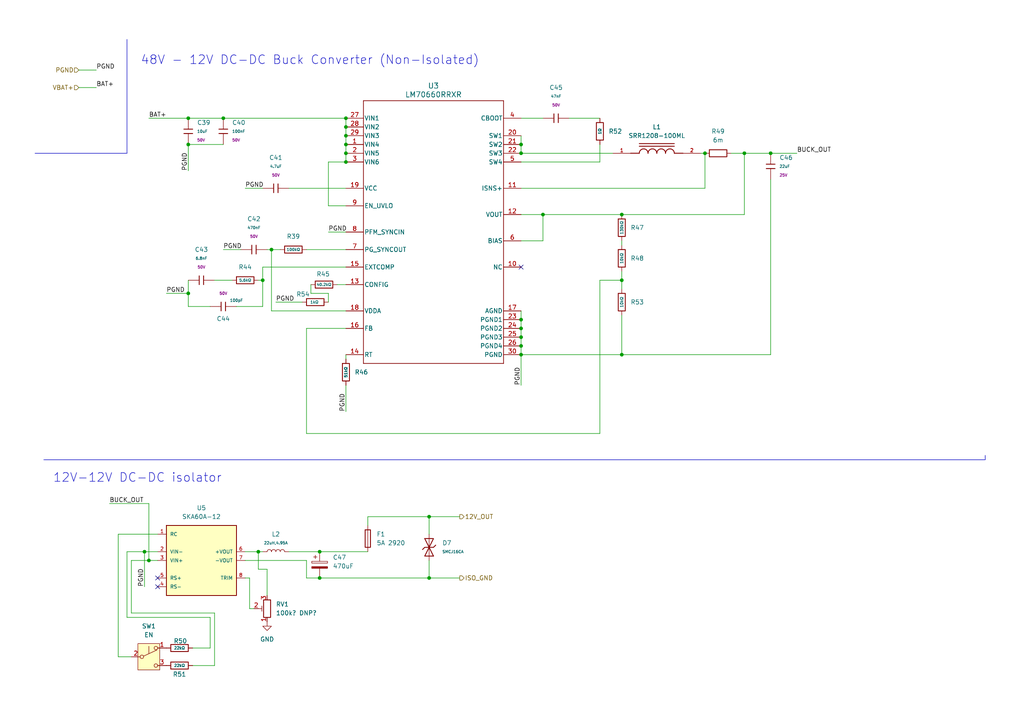
<source format=kicad_sch>
(kicad_sch (version 20250114) (generator "eeschema") (generator_version "9.0")
  (paper "A4")
  (lib_symbols
    (symbol "Device:C_Polarized" (pin_numbers (hide yes)) (pin_names (offset 0.254))
      (property "Reference" "C" (at 0.635 2.54 0))
      (property "Value" "C_Polarized" (at 0.635 -2.54 0))
      (symbol "C_Polarized_1_1"
        (pin passive line (at 0 3.81 270) (length 2.794) (name "~") (number "1"))
        (pin passive line (at 0 -3.81 90) (length 2.794) (name "~") (number "2"))
      )
    )
    (symbol "Device:Fuse" (pin_numbers (hide yes)) (pin_names (offset 0))
      (property "Reference" "F" (at 2.032 0 90))
      (property "Value" "Fuse" (at -1.905 0 90))
      (symbol "Fuse_1_1"
        (pin passive line (at 0 3.81 270) (length 1.27) (name "~") (number "1"))
        (pin passive line (at 0 -3.81 90) (length 1.27) (name "~") (number "2"))
      )
    )
    (symbol "Device:R" (pin_numbers (hide yes)) (pin_names (offset 0))
      (property "Reference" "R" (at 2.032 0 90))
      (property "Value" "R" (at 0 0 90))
      (symbol "R_1_1"
        (pin passive line (at 0 3.81 270) (length 1.27) (name "~") (number "1"))
        (pin passive line (at 0 -3.81 90) (length 1.27) (name "~") (number "2"))
      )
    )
    (symbol "Device:R_Potentiometer_Trim" (pin_names (offset 1.016) (hide yes))
      (property "Reference" "RV" (at -4.445 0 90))
      (property "Value" "R_Potentiometer_Trim" (at -2.54 0 90))
      (symbol "R_Potentiometer_Trim_1_1"
        (pin passive line (at 0 3.81 270) (length 1.27) (name "1") (number "1"))
        (pin passive line (at 0 -3.81 90) (length 1.27) (name "3") (number "3"))
        (pin passive line (at 3.81 0 180) (length 1.27) (name "2") (number "2"))
      )
    )
    (symbol "LM70660:LM70660RRXR" (pin_names (offset 0.254))
      (property "Reference" "U" (at 0 2.54 0))
      (property "Value" "LM70660RRXR" (at 0 0 0))
      (symbol "LM70660RRXR_0_1"
        (pin power_in line (at 0 0 0) (length 5.08) (name "VIN1") (number "27"))
        (pin power_in line (at 0 -2.54 0) (length 5.08) (name "VIN2") (number "28"))
        (pin power_in line (at 0 -5.08 0) (length 5.08) (name "VIN3") (number "29"))
        (pin power_in line (at 0 -7.62 0) (length 5.08) (name "VIN4") (number "1"))
        (pin power_in line (at 0 -10.16 0) (length 5.08) (name "VIN5") (number "2"))
        (pin power_in line (at 0 -12.7 0) (length 5.08) (name "VIN6") (number "3"))
        (pin power_in line (at 0 -20.32 0) (length 5.08) (name "VCC") (number "19"))
        (pin input line (at 0 -25.4 0) (length 5.08) (name "EN_UVLO") (number "9"))
        (pin input line (at 0 -33.02 0) (length 5.08) (name "PFM_SYNCIN") (number "8"))
        (pin open_collector line (at 0 -38.1 0) (length 5.08) (name "PG_SYNCOUT") (number "7"))
        (pin unspecified line (at 0 -43.18 0) (length 5.08) (name "EXTCOMP") (number "15"))
        (pin unspecified line (at 0 -48.26 0) (length 5.08) (name "CONFIG") (number "13"))
        (pin power_in line (at 0 -55.88 0) (length 5.08) (name "VDDA") (number "18"))
        (pin unspecified line (at 0 -60.96 0) (length 5.08) (name "FB") (number "16"))
        (pin unspecified line (at 0 -68.58 0) (length 5.08) (name "RT") (number "14"))
        (pin unspecified line (at 50.8 0 180) (length 5.08) (name "CBOOT") (number "4"))
        (pin unspecified line (at 50.8 -5.08 180) (length 5.08) (name "SW1") (number "20"))
        (pin unspecified line (at 50.8 -7.62 180) (length 5.08) (name "SW2") (number "21"))
        (pin unspecified line (at 50.8 -10.16 180) (length 5.08) (name "SW3") (number "22"))
        (pin unspecified line (at 50.8 -12.7 180) (length 5.08) (name "SW4") (number "5"))
        (pin unspecified line (at 50.8 -20.32 180) (length 5.08) (name "ISNS+") (number "11"))
        (pin unspecified line (at 50.8 -27.94 180) (length 5.08) (name "VOUT") (number "12"))
        (pin power_in line (at 50.8 -35.56 180) (length 5.08) (name "BIAS") (number "6"))
        (pin unspecified line (at 50.8 -43.18 180) (length 5.08) (name "NC") (number "10"))
        (pin power_in line (at 50.8 -55.88 180) (length 5.08) (name "AGND") (number "17"))
        (pin power_in line (at 50.8 -58.42 180) (length 5.08) (name "PGND1") (number "23"))
        (pin power_in line (at 50.8 -60.96 180) (length 5.08) (name "PGND2") (number "24"))
        (pin power_in line (at 50.8 -63.5 180) (length 5.08) (name "PGND3") (number "25"))
        (pin power_in line (at 50.8 -66.04 180) (length 5.08) (name "PGND4") (number "26"))
        (pin power_in line (at 50.8 -68.58 180) (length 5.08) (name "PGND") (number "30"))
      )
    )
    (symbol "PCM_JLCPCB-Capacitors:0603,100nF" (pin_numbers (hide yes)) (pin_names (offset 0))
      (property "Reference" "C" (at 2.032 1.668 0))
      (property "Value" "100nF" (at 2.032 -0.3782 0))
      (property "Voltage Rated" "50V" (at 2.032 -2.0462 0))
      (symbol "0603,100nF_1_1"
        (pin passive line (at 0 3.81 270) (length 3.175) (name "~") (number "1"))
        (pin passive line (at 0 -3.81 90) (length 3.175) (name "~") (number "2"))
      )
    )
    (symbol "PCM_JLCPCB-Capacitors:0603,100pF" (pin_numbers (hide yes)) (pin_names (offset 0))
      (property "Reference" "C" (at 2.032 1.668 0))
      (property "Value" "100pF" (at 2.032 -0.3782 0))
      (property "Voltage Rated" "50V" (at 2.032 -2.0462 0))
      (symbol "0603,100pF_1_1"
        (pin passive line (at 0 3.81 270) (length 3.175) (name "~") (number "1"))
        (pin passive line (at 0 -3.81 90) (length 3.175) (name "~") (number "2"))
      )
    )
    (symbol "PCM_JLCPCB-Capacitors:0603,47nF" (pin_numbers (hide yes)) (pin_names (offset 0))
      (property "Reference" "C" (at 2.032 1.668 0))
      (property "Value" "47nF" (at 2.032 -0.3782 0))
      (property "Voltage Rated" "50V" (at 2.032 -2.0462 0))
      (symbol "0603,47nF_1_1"
        (pin passive line (at 0 3.81 270) (length 3.175) (name "~") (number "1"))
        (pin passive line (at 0 -3.81 90) (length 3.175) (name "~") (number "2"))
      )
    )
    (symbol "PCM_JLCPCB-Capacitors:0603,6.8nF" (pin_numbers (hide yes)) (pin_names (offset 0))
      (property "Reference" "C" (at 2.032 1.668 0))
      (property "Value" "6.8nF" (at 2.032 -0.3782 0))
      (property "Voltage Rated" "50V" (at 2.032 -2.0462 0))
      (symbol "0603,6.8nF_1_1"
        (pin passive line (at 0 3.81 270) (length 3.175) (name "~") (number "1"))
        (pin passive line (at 0 -3.81 90) (length 3.175) (name "~") (number "2"))
      )
    )
    (symbol "PCM_JLCPCB-Capacitors:0805,10uF,(2)" (pin_numbers (hide yes)) (pin_names (offset 0))
      (property "Reference" "C" (at 2.032 1.668 0))
      (property "Value" "10uF" (at 2.032 -0.3782 0))
      (property "Voltage Rated" "50V" (at 2.032 -2.0462 0))
      (symbol "0805,10uF,(2)_1_1"
        (pin passive line (at 0 3.81 270) (length 3.175) (name "~") (number "1"))
        (pin passive line (at 0 -3.81 90) (length 3.175) (name "~") (number "2"))
      )
    )
    (symbol "PCM_JLCPCB-Capacitors:0805,22uF" (pin_numbers (hide yes)) (pin_names (offset 0))
      (property "Reference" "C" (at 2.032 1.668 0))
      (property "Value" "22uF" (at 2.032 -0.3782 0))
      (property "Voltage Rated" "25V" (at 2.032 -2.0462 0))
      (symbol "0805,22uF_1_1"
        (pin passive line (at 0 3.81 270) (length 3.175) (name "~") (number "1"))
        (pin passive line (at 0 -3.81 90) (length 3.175) (name "~") (number "2"))
      )
    )
    (symbol "PCM_JLCPCB-Capacitors:0805,470nF" (pin_numbers (hide yes)) (pin_names (offset 0))
      (property "Reference" "C" (at 2.032 1.668 0))
      (property "Value" "470nF" (at 2.032 -0.3782 0))
      (property "Voltage Rated" "50V" (at 2.032 -2.0462 0))
      (symbol "0805,470nF_1_1"
        (pin passive line (at 0 3.81 270) (length 3.175) (name "~") (number "1"))
        (pin passive line (at 0 -3.81 90) (length 3.175) (name "~") (number "2"))
      )
    )
    (symbol "PCM_JLCPCB-Capacitors:1206,4.7uF" (pin_numbers (hide yes)) (pin_names (offset 0))
      (property "Reference" "C" (at 2.032 1.668 0))
      (property "Value" "4.7uF" (at 2.032 -0.3782 0))
      (property "Voltage Rated" "50V" (at 2.032 -2.0462 0))
      (symbol "1206,4.7uF_1_1"
        (pin passive line (at 0 3.81 270) (length 3.175) (name "~") (number "1"))
        (pin passive line (at 0 -3.81 90) (length 3.175) (name "~") (number "2"))
      )
    )
    (symbol "PCM_JLCPCB-Diodes:TVS-Bi,SMCJ16CA" (pin_numbers (hide yes)) (pin_names (offset 0))
      (property "Reference" "D" (at 2.032 0.834 0))
      (property "Value" "SMCJ16CA" (at 2.032 -1.2122 0))
      (symbol "TVS-Bi,SMCJ16CA_1_1"
        (pin passive line (at 0 3.81 270) (length 3.81) (name "~") (number "2"))
        (pin passive line (at 0 -3.81 90) (length 3.81) (name "~") (number "1"))
      )
    )
    (symbol "PCM_JLCPCB-Inductors:22uH,4.95A" (pin_numbers (hide yes)) (pin_names (offset 0))
      (property "Reference" "L" (at 1.2673 0.834 0))
      (property "Value" "22uH,4.95A" (at 1.2673 -1.2122 0))
      (symbol "22uH,4.95A_1_1"
        (pin passive line (at 0 3.81 270) (length 1.27) (name "~") (number "1"))
        (pin passive line (at 0 -3.81 90) (length 1.27) (name "~") (number "2"))
      )
    )
    (symbol "PCM_JLCPCB-Resistors:0603,100kΩ" (pin_numbers (hide yes)) (pin_names (offset 0))
      (property "Reference" "R" (at 1.778 0 0))
      (property "Value" "100kΩ" (at 0 0 90))
      (symbol "0603,100kΩ_1_1"
        (pin passive line (at 0 3.81 270) (length 1.27) (name "~") (number "1"))
        (pin passive line (at 0 -3.81 90) (length 1.27) (name "~") (number "2"))
      )
    )
    (symbol "PCM_JLCPCB-Resistors:0603,10kΩ" (pin_numbers (hide yes)) (pin_names (offset 0))
      (property "Reference" "R" (at 1.778 0 0))
      (property "Value" "10kΩ" (at 0 0 90))
      (symbol "0603,10kΩ_1_1"
        (pin passive line (at 0 3.81 270) (length 1.27) (name "~") (number "1"))
        (pin passive line (at 0 -3.81 90) (length 1.27) (name "~") (number "2"))
      )
    )
    (symbol "PCM_JLCPCB-Resistors:0603,130kΩ" (pin_numbers (hide yes)) (pin_names (offset 0))
      (property "Reference" "R" (at 1.778 0 0))
      (property "Value" "130kΩ" (at 0 0 90))
      (symbol "0603,130kΩ_1_1"
        (pin passive line (at 0 3.81 270) (length 1.27) (name "~") (number "1"))
        (pin passive line (at 0 -3.81 90) (length 1.27) (name "~") (number "2"))
      )
    )
    (symbol "PCM_JLCPCB-Resistors:0603,1kΩ" (pin_numbers (hide yes)) (pin_names (offset 0))
      (property "Reference" "R" (at 1.778 0 0))
      (property "Value" "1kΩ" (at 0 0 90))
      (symbol "0603,1kΩ_1_1"
        (pin passive line (at 0 3.81 270) (length 1.27) (name "~") (number "1"))
        (pin passive line (at 0 -3.81 90) (length 1.27) (name "~") (number "2"))
      )
    )
    (symbol "PCM_JLCPCB-Resistors:0603,1Ω" (pin_numbers (hide yes)) (pin_names (offset 0))
      (property "Reference" "R" (at 1.778 0 0))
      (property "Value" "1Ω" (at 0 0 90))
      (symbol "0603,1Ω_1_1"
        (pin passive line (at 0 3.81 270) (length 1.27) (name "~") (number "1"))
        (pin passive line (at 0 -3.81 90) (length 1.27) (name "~") (number "2"))
      )
    )
    (symbol "PCM_JLCPCB-Resistors:0603,40.2kΩ" (pin_numbers (hide yes)) (pin_names (offset 0))
      (property "Reference" "R" (at 1.778 0 0))
      (property "Value" "40.2kΩ" (at 0 0 90))
      (symbol "0603,40.2kΩ_1_1"
        (pin passive line (at 0 3.81 270) (length 1.27) (name "~") (number "1"))
        (pin passive line (at 0 -3.81 90) (length 1.27) (name "~") (number "2"))
      )
    )
    (symbol "PCM_JLCPCB-Resistors:0603,5.6kΩ" (pin_numbers (hide yes)) (pin_names (offset 0))
      (property "Reference" "R" (at 1.778 0 0))
      (property "Value" "5.6kΩ" (at 0 0 90))
      (symbol "0603,5.6kΩ_1_1"
        (pin passive line (at 0 3.81 270) (length 1.27) (name "~") (number "1"))
        (pin passive line (at 0 -3.81 90) (length 1.27) (name "~") (number "2"))
      )
    )
    (symbol "PCM_JLCPCB-Resistors:0603,51kΩ" (pin_numbers (hide yes)) (pin_names (offset 0))
      (property "Reference" "R" (at 1.778 0 0))
      (property "Value" "51kΩ" (at 0 0 90))
      (symbol "0603,51kΩ_1_1"
        (pin passive line (at 0 3.81 270) (length 1.27) (name "~") (number "1"))
        (pin passive line (at 0 -3.81 90) (length 1.27) (name "~") (number "2"))
      )
    )
    (symbol "PCM_JLCPCB-Resistors:0805,22kΩ" (pin_numbers (hide yes)) (pin_names (offset 0))
      (property "Reference" "R" (at 1.778 0 0))
      (property "Value" "22kΩ" (at 0 0 90))
      (symbol "0805,22kΩ_1_1"
        (pin passive line (at 0 3.81 270) (length 1.27) (name "~") (number "1"))
        (pin passive line (at 0 -3.81 90) (length 1.27) (name "~") (number "2"))
      )
    )
    (symbol "SKA60B-15:SKA60A-12" (pin_names (offset 1.016))
      (property "Reference" "U" (at -10.1606 10.1606 0))
      (property "Value" "SKA60A-12" (at -10.1768 -12.7211 0))
      (symbol "SKA60A-12_0_0"
        (pin passive line (at -12.7 7.62 0) (length 2.54) (name "RC") (number "1"))
        (pin input line (at -12.7 2.54 0) (length 2.54) (name "VIN-") (number "2"))
        (pin input line (at -12.7 0 0) (length 2.54) (name "VIN+") (number "3"))
        (pin input line (at -12.7 -5.08 0) (length 2.54) (name "RS+") (number "5"))
        (pin input line (at -12.7 -7.62 0) (length 2.54) (name "RS-") (number "4"))
        (pin output line (at 12.7 2.54 180) (length 2.54) (name "+VOUT") (number "6"))
        (pin output line (at 12.7 0 180) (length 2.54) (name "-VOUT") (number "7"))
        (pin passive line (at 12.7 -5.08 180) (length 2.54) (name "TRIM") (number "8"))
      )
    )
    (symbol "SRR1208-100ML:SRR1208-100ML" (pin_names (offset 1.016))
      (property "Reference" "L" (at -5.08 5.08 0))
      (property "Value" "SRR1208-100ML" (at -5.08 -5.08 0))
      (symbol "SRR1208-100ML_0_0"
        (pin passive line (at -12.7 0 0) (length 5.08) (name "~") (number "1"))
        (pin passive line (at 12.7 0 180) (length 5.08) (name "~") (number "2"))
      )
    )
    (symbol "Switch:SW_Push_SPDT" (pin_names (offset 0) (hide yes))
      (property "Reference" "SW" (at 0 5.08 0))
      (property "Value" "SW_Push_SPDT" (at 0 -5.08 0))
      (symbol "SW_Push_SPDT_1_1"
        (pin passive line (at -5.08 0 0) (length 2.54) (name "B") (number "2"))
        (pin passive line (at 5.08 2.54 180) (length 2.54) (name "A") (number "1"))
        (pin passive line (at 5.08 -2.54 180) (length 2.54) (name "C") (number "3"))
      )
    )
    (symbol "power:GND" (power) (pin_numbers (hide yes)) (pin_names (offset 0) (hide yes))
      (property "Value" "GND" (at 0 -3.81 0))
      (symbol "GND_1_1"
        (pin power_in line (at 0 0 270) (length 0) (name "~") (number "1"))
      )
    )
  )
  (text "48V - 12V DC-DC Buck Converter (Non-Isolated)" (at 89.916 17.526 0) (effects (font (size 2.54 2.54))))
  (text "12V-12V DC-DC isolator" (at 39.878 138.684 0) (effects (font (size 2.54 2.54))))
  (junction (at 92.71 160.02))
  (junction (at 100.33 36.83))
  (junction (at 223.52 44.45))
  (junction (at 124.46 149.86))
  (junction (at 54.61 34.29))
  (junction (at 100.33 46.99))
  (junction (at 151.13 44.45))
  (junction (at 43.18 162.56))
  (junction (at 180.34 81.28))
  (junction (at 92.71 167.64))
  (junction (at 74.93 160.02))
  (junction (at 151.13 102.87))
  (junction (at 54.61 85.09))
  (junction (at 180.34 102.87))
  (junction (at 151.13 41.91))
  (junction (at 157.48 62.23))
  (junction (at 78.74 72.39))
  (junction (at 41.91 160.02))
  (junction (at 124.46 167.64))
  (junction (at 151.13 95.25))
  (junction (at 151.13 97.79))
  (junction (at 100.33 34.29))
  (junction (at 204.47 44.45))
  (junction (at 151.13 92.71))
  (junction (at 100.33 41.91))
  (junction (at 54.61 41.91))
  (junction (at 215.9 44.45))
  (junction (at 100.33 39.37))
  (junction (at 100.33 44.45))
  (junction (at 180.34 62.23))
  (junction (at 151.13 100.33))
  (junction (at 76.2 81.28))
  (junction (at 64.77 34.29))
  (no_connect (at 45.72 167.64))
  (no_connect (at 151.13 77.47))
  (no_connect (at 45.72 170.18))
  (wire (pts (xy 88.9 95.25) (xy 88.9 125.73)))
  (wire (pts (xy 41.91 160.02) (xy 41.91 170.18)))
  (wire (pts (xy 74.93 81.28) (xy 76.2 81.28)))
  (wire (pts (xy 54.61 85.09) (xy 54.61 88.9)))
  (wire (pts (xy 204.47 44.45) (xy 204.47 54.61)))
  (wire (pts (xy 100.33 90.17) (xy 78.74 90.17)))
  (wire (pts (xy 92.71 167.64) (xy 124.46 167.64)))
  (wire (pts (xy 100.33 46.99) (xy 95.25 46.99)))
  (wire (pts (xy 64.77 72.39) (xy 69.85 72.39)))
  (wire (pts (xy 180.34 78.74) (xy 180.34 81.28)))
  (wire (pts (xy 151.13 97.79) (xy 151.13 100.33)))
  (wire (pts (xy 38.1 190.5) (xy 34.29 190.5)))
  (wire (pts (xy 124.46 162.56) (xy 124.46 167.64)))
  (wire (pts (xy 73.66 176.53) (xy 72.39 176.53)))
  (wire (pts (xy 77.47 165.1) (xy 74.93 165.1)))
  (wire (pts (xy 165.1 34.29) (xy 173.99 34.29)))
  (wire (pts (xy 43.18 162.56) (xy 45.72 162.56)))
  (wire (pts (xy 151.13 95.25) (xy 151.13 97.79)))
  (wire (pts (xy 95.25 46.99) (xy 95.25 59.69)))
  (wire (pts (xy 124.46 149.86) (xy 133.35 149.86)))
  (wire (pts (xy 95.25 87.63) (xy 95.25 85.09)))
  (polyline (pts (xy 285.75 132.08) (xy 285.75 133.35)))
  (wire (pts (xy 36.83 179.07) (xy 36.83 160.02)))
  (wire (pts (xy 180.34 69.85) (xy 180.34 71.12)))
  (wire (pts (xy 151.13 90.17) (xy 151.13 92.71)))
  (polyline (pts (xy 12.7 133.35) (xy 285.75 133.35)))
  (wire (pts (xy 88.9 72.39) (xy 100.33 72.39)))
  (wire (pts (xy 77.47 165.1) (xy 77.47 172.72)))
  (wire (pts (xy 43.18 34.29) (xy 54.61 34.29)))
  (wire (pts (xy 88.9 167.64) (xy 92.71 167.64)))
  (wire (pts (xy 78.74 72.39) (xy 78.74 90.17)))
  (wire (pts (xy 151.13 46.99) (xy 173.99 46.99)))
  (wire (pts (xy 80.01 87.63) (xy 87.63 87.63)))
  (wire (pts (xy 22.86 25.4) (xy 27.94 25.4)))
  (wire (pts (xy 54.61 41.91) (xy 54.61 49.53)))
  (wire (pts (xy 157.48 62.23) (xy 157.48 69.85)))
  (wire (pts (xy 54.61 88.9) (xy 60.96 88.9)))
  (wire (pts (xy 106.68 149.86) (xy 124.46 149.86)))
  (wire (pts (xy 151.13 92.71) (xy 151.13 95.25)))
  (wire (pts (xy 54.61 81.28) (xy 54.61 85.09)))
  (wire (pts (xy 90.17 85.09) (xy 90.17 82.55)))
  (wire (pts (xy 54.61 41.91) (xy 64.77 41.91)))
  (wire (pts (xy 100.33 77.47) (xy 76.2 77.47)))
  (polyline (pts (xy 36.83 11.43) (xy 36.83 44.45)))
  (wire (pts (xy 31.75 146.05) (xy 43.18 146.05)))
  (wire (pts (xy 76.2 77.47) (xy 76.2 81.28)))
  (wire (pts (xy 72.39 176.53) (xy 72.39 167.64)))
  (wire (pts (xy 223.52 44.45) (xy 231.14 44.45)))
  (wire (pts (xy 223.52 52.07) (xy 223.52 102.87)))
  (wire (pts (xy 151.13 69.85) (xy 157.48 69.85)))
  (wire (pts (xy 212.09 44.45) (xy 215.9 44.45)))
  (wire (pts (xy 22.86 20.32) (xy 27.94 20.32)))
  (wire (pts (xy 62.23 193.04) (xy 62.23 177.8)))
  (wire (pts (xy 83.82 54.61) (xy 100.33 54.61)))
  (wire (pts (xy 72.39 167.64) (xy 71.12 167.64)))
  (wire (pts (xy 95.25 67.31) (xy 100.33 67.31)))
  (wire (pts (xy 215.9 62.23) (xy 180.34 62.23)))
  (wire (pts (xy 151.13 102.87) (xy 180.34 102.87)))
  (wire (pts (xy 60.96 187.96) (xy 55.88 187.96)))
  (wire (pts (xy 173.99 125.73) (xy 173.99 81.28)))
  (wire (pts (xy 74.93 165.1) (xy 74.93 160.02)))
  (wire (pts (xy 151.13 100.33) (xy 151.13 102.87)))
  (wire (pts (xy 54.61 34.29) (xy 64.77 34.29)))
  (wire (pts (xy 76.2 88.9) (xy 68.58 88.9)))
  (wire (pts (xy 88.9 162.56) (xy 88.9 167.64)))
  (wire (pts (xy 151.13 102.87) (xy 151.13 111.76)))
  (wire (pts (xy 173.99 41.91) (xy 173.99 46.99)))
  (wire (pts (xy 100.33 44.45) (xy 100.33 46.99)))
  (wire (pts (xy 74.93 160.02) (xy 76.2 160.02)))
  (wire (pts (xy 62.23 177.8) (xy 38.1 177.8)))
  (wire (pts (xy 173.99 81.28) (xy 180.34 81.28)))
  (wire (pts (xy 100.33 39.37) (xy 100.33 41.91)))
  (wire (pts (xy 41.91 160.02) (xy 45.72 160.02)))
  (wire (pts (xy 34.29 190.5) (xy 34.29 154.94)))
  (wire (pts (xy 151.13 44.45) (xy 177.8 44.45)))
  (wire (pts (xy 48.26 85.09) (xy 54.61 85.09)))
  (wire (pts (xy 62.23 81.28) (xy 67.31 81.28)))
  (wire (pts (xy 151.13 41.91) (xy 151.13 44.45)))
  (wire (pts (xy 204.47 44.45) (xy 203.2 44.45)))
  (wire (pts (xy 106.68 152.4) (xy 106.68 149.86)))
  (wire (pts (xy 157.48 62.23) (xy 151.13 62.23)))
  (wire (pts (xy 88.9 125.73) (xy 173.99 125.73)))
  (wire (pts (xy 215.9 44.45) (xy 223.52 44.45)))
  (wire (pts (xy 64.77 34.29) (xy 100.33 34.29)))
  (wire (pts (xy 151.13 54.61) (xy 204.47 54.61)))
  (wire (pts (xy 77.47 72.39) (xy 78.74 72.39)))
  (wire (pts (xy 180.34 102.87) (xy 223.52 102.87)))
  (wire (pts (xy 60.96 179.07) (xy 60.96 187.96)))
  (wire (pts (xy 92.71 160.02) (xy 106.68 160.02)))
  (wire (pts (xy 180.34 81.28) (xy 180.34 83.82)))
  (wire (pts (xy 100.33 111.76) (xy 100.33 119.38)))
  (wire (pts (xy 78.74 72.39) (xy 81.28 72.39)))
  (wire (pts (xy 100.33 104.14) (xy 100.33 102.87)))
  (wire (pts (xy 38.1 162.56) (xy 43.18 162.56)))
  (wire (pts (xy 100.33 41.91) (xy 100.33 44.45)))
  (wire (pts (xy 97.79 82.55) (xy 100.33 82.55)))
  (wire (pts (xy 151.13 34.29) (xy 157.48 34.29)))
  (wire (pts (xy 76.2 81.28) (xy 76.2 88.9)))
  (polyline (pts (xy 10.16 44.45) (xy 36.83 44.45)))
  (wire (pts (xy 60.96 179.07) (xy 36.83 179.07)))
  (wire (pts (xy 43.18 146.05) (xy 43.18 162.56)))
  (wire (pts (xy 71.12 54.61) (xy 76.2 54.61)))
  (wire (pts (xy 100.33 95.25) (xy 88.9 95.25)))
  (wire (pts (xy 83.82 160.02) (xy 92.71 160.02)))
  (wire (pts (xy 95.25 85.09) (xy 90.17 85.09)))
  (wire (pts (xy 36.83 160.02) (xy 41.91 160.02)))
  (wire (pts (xy 34.29 154.94) (xy 45.72 154.94)))
  (wire (pts (xy 71.12 160.02) (xy 74.93 160.02)))
  (wire (pts (xy 100.33 34.29) (xy 100.33 36.83)))
  (wire (pts (xy 215.9 44.45) (xy 215.9 62.23)))
  (wire (pts (xy 151.13 39.37) (xy 151.13 41.91)))
  (wire (pts (xy 180.34 62.23) (xy 157.48 62.23)))
  (wire (pts (xy 124.46 149.86) (xy 124.46 154.94)))
  (wire (pts (xy 71.12 162.56) (xy 88.9 162.56)))
  (wire (pts (xy 38.1 177.8) (xy 38.1 162.56)))
  (wire (pts (xy 124.46 167.64) (xy 133.35 167.64)))
  (wire (pts (xy 100.33 36.83) (xy 100.33 39.37)))
  (wire (pts (xy 55.88 193.04) (xy 62.23 193.04)))
  (wire (pts (xy 95.25 59.69) (xy 100.33 59.69)))
  (wire (pts (xy 180.34 91.44) (xy 180.34 102.87)))
  (label "PGND" (at 71.12 54.61 0))
  (label "PGND" (at 80.01 87.63 0))
  (label "PGND" (at 27.94 20.32 0))
  (label "BAT+" (at 43.18 34.29 0))
  (label "BAT+" (at 27.94 25.4 0))
  (label "PGND" (at 64.77 72.39 0))
  (label "PGND" (at 151.13 111.76 90))
  (label "PGND" (at 95.25 67.31 0))
  (label "PGND" (at 41.91 170.18 90))
  (label "BUCK_OUT" (at 231.14 44.45 0))
  (label "PGND" (at 100.33 119.38 90))
  (label "BUCK_OUT" (at 31.75 146.05 0))
  (label "PGND" (at 54.61 49.53 90))
  (label "PGND" (at 48.26 85.09 0))
  (hierarchical_label "VBAT+" (shape input) (at 22.86 25.4 180))
  (hierarchical_label "PGND" (shape input) (at 22.86 20.32 180))
  (hierarchical_label "ISO_GND" (shape output) (at 133.35 167.64 0))
  (hierarchical_label "12V_OUT" (shape output) (at 133.35 149.86 0))
  (symbol (lib_id "PCM_JLCPCB-Capacitors:0603,100nF") (at 64.77 38.1 0) (unit 1)
    (property "Reference" "C40" (at 67.31 35.5599 0) (effects (justify left)))
    (property "Value" "100nF" (at 67.31 38.1 0) (effects (font (size 0.8 0.8)) (justify left)))
    (property "Footprint" "PCM_JLCPCB:C_0603" (effects (hide yes)))
    (property "Datasheet" "https://www.lcsc.com/datasheet/lcsc_datasheet_2211101700_YAGEO-CC0603KRX7R9BB104_C14663.pdf" (effects (hide yes)))
    (property "Description" "50V 100nF X7R ±10% 0603 Multilayer Ceramic Capacitors MLCC - SMD/SMT ROHS" (effects (hide yes)))
    (property "LCSC" "C14663" (effects (hide yes)))
    (property "Stock" "49103119" (effects (hide yes)))
    (property "Price" "0.006USD" (effects (hide yes)))
    (property "Process" "SMT" (effects (hide yes)))
    (property "Minimum Qty" "20" (effects (hide yes)))
    (property "Attrition Qty" "10" (effects (hide yes)))
    (property "Class" "Basic Component" (effects (hide yes)))
    (property "Category" "Capacitors,Multilayer Ceramic Capacitors MLCC - SMD/SMT" (effects (hide yes)))
    (property "Manufacturer" "YAGEO" (effects (hide yes)))
    (property "Part" "CC0603KRX7R9BB104" (effects (hide yes)))
    (property "Voltage Rated" "50V" (at 67.31 40.64 0) (effects (font (size 0.8 0.8)) (justify left)))
    (property "Tolerance" "±10%" (effects (hide yes)))
    (property "Capacitance" "100nF" (effects (hide yes)))
    (property "Temperature Coefficient" "X7R" (effects (hide yes)))
  )
  (symbol (lib_id "PCM_JLCPCB-Resistors:0603,51kΩ") (at 100.33 107.95 0) (unit 1)
    (property "Reference" "R46" (at 102.87 107.9499 0) (effects (justify left)))
    (property "Value" "51kΩ" (at 100.33 107.95 90) (effects (font (size 0.8 0.8))))
    (property "Footprint" "PCM_JLCPCB:R_0603" (effects (hide yes)))
    (property "Datasheet" "https://www.lcsc.com/datasheet/lcsc_datasheet_2206010116_UNI-ROYAL-Uniroyal-Elec-0603WAF5102T5E_C23196.pdf" (effects (hide yes)))
    (property "Description" "100mW Thick Film Resistors 75V ±100ppm/°C ±1% 51kΩ 0603 Chip Resistor - Surface Mount ROHS" (effects (hide yes)))
    (property "LCSC" "C23196" (effects (hide yes)))
    (property "Stock" "883481" (effects (hide yes)))
    (property "Price" "0.004USD" (effects (hide yes)))
    (property "Process" "SMT" (effects (hide yes)))
    (property "Minimum Qty" "20" (effects (hide yes)))
    (property "Attrition Qty" "10" (effects (hide yes)))
    (property "Class" "Basic Component" (effects (hide yes)))
    (property "Category" "Resistors,Chip Resistor - Surface Mount" (effects (hide yes)))
    (property "Manufacturer" "UNI-ROYAL(Uniroyal Elec)" (effects (hide yes)))
    (property "Part" "0603WAF5102T5E" (effects (hide yes)))
    (property "Resistance" "51kΩ" (effects (hide yes)))
    (property "Power(Watts)" "100mW" (effects (hide yes)))
    (property "Type" "Thick Film Resistors" (effects (hide yes)))
    (property "Overload Voltage (Max)" "75V" (effects (hide yes)))
    (property "Operating Temperature Range" "-55°C~+155°C" (effects (hide yes)))
    (property "Tolerance" "±1%" (effects (hide yes)))
    (property "Temperature Coefficient" "±100ppm/°C" (effects (hide yes)))
  )
  (symbol (lib_id "Device:Fuse") (at 106.68 156.21 180) (unit 1)
    (property "Reference" "F1" (at 109.22 154.9399 0) (effects (justify right)))
    (property "Value" "5A 2920" (at 109.22 157.4799 0) (effects (justify right)))
    (property "Footprint" "Fuse:Fuse_2920_7451Metric" (effects (hide yes)))
    (property "Description" "Fuse" (effects (hide yes)))
  )
  (symbol (lib_id "SKA60B-15:SKA60A-12") (at 58.42 162.56 0) (unit 1)
    (property "Reference" "U5" (at 58.42 147.32 0))
    (property "Value" "SKA60A-12" (at 58.42 149.86 0))
    (property "Footprint" "SKA60B-15:CONV_SKA60B-15" (effects (hide yes)))
    (property "MF" "MEAN WELL" (effects (hide yes)))
    (property "SNAPEDA_PACKAGE_ID" "45751" (effects (hide yes)))
    (property "Package" "DIP-8 Mean Well" (effects (hide yes)))
    (property "Price" "None" (effects (hide yes)))
    (property "Check_prices" "https://www.snapeda.com/parts/SKA60B-15/Mean+Well/view-part/?ref=eda" (effects (hide yes)))
    (property "PARTREV" "NA" (effects (hide yes)))
    (property "SnapEDA_Link" "https://www.snapeda.com/parts/SKA60B-15/Mean+Well/view-part/?ref=snap" (effects (hide yes)))
    (property "MP" "SKA60B-15" (effects (hide yes)))
    (property "Description_1" "\n                        \n                            Power Supply;DC-DC; 60W DC-DC Regulated, 60W;In:18-36V;15V @4A,22 | MEAN WELL SKA60B-15\n                        \n" (effects (hide yes)))
    (property "Availability" "In Stock" (effects (hide yes)))
    (property "MANUFACTURER" "Mean Well" (effects (hide yes)))
  )
  (symbol (lib_id "PCM_JLCPCB-Capacitors:0805,10uF,(2)") (at 54.61 38.1 0) (unit 1)
    (property "Reference" "C39" (at 57.15 35.5599 0) (effects (justify left)))
    (property "Value" "10uF" (at 57.15 38.1 0) (effects (font (size 0.8 0.8)) (justify left)))
    (property "Footprint" "PCM_JLCPCB:C_0805" (effects (hide yes)))
    (property "Datasheet" "https://www.lcsc.com/datasheet/lcsc_datasheet_2411041759_Murata-Electronics-GRM21BR61H106KE43L_C440198.pdf" (effects (hide yes)))
    (property "Description" "50V 10uF X5R ±10% 0805 Multilayer Ceramic Capacitors MLCC - SMD/SMT ROHS" (effects (hide yes)))
    (property "LCSC" "C440198" (effects (hide yes)))
    (property "Stock" "1283947" (effects (hide yes)))
    (property "Price" "0.069USD" (effects (hide yes)))
    (property "Process" "SMT" (effects (hide yes)))
    (property "Minimum Qty" "5" (effects (hide yes)))
    (property "Attrition Qty" "4" (effects (hide yes)))
    (property "Class" "Basic Component" (effects (hide yes)))
    (property "Category" "Capacitors,Multilayer Ceramic Capacitors MLCC - SMD/SMT" (effects (hide yes)))
    (property "Manufacturer" "Murata Electronics" (effects (hide yes)))
    (property "Part" "GRM21BR61H106KE43L" (effects (hide yes)))
    (property "Voltage Rated" "50V" (at 57.15 40.64 0) (effects (font (size 0.8 0.8)) (justify left)))
    (property "Tolerance" "±10%" (effects (hide yes)))
    (property "Capacitance" "10uF" (effects (hide yes)))
    (property "Temperature Coefficient" "X5R" (effects (hide yes)))
  )
  (symbol (lib_id "PCM_JLCPCB-Inductors:22uH,4.95A") (at 80.01 160.02 90) (unit 1)
    (property "Reference" "L2" (at 80.01 154.94 90))
    (property "Value" "22uH,4.95A" (at 80.01 157.48 90) (effects (font (size 0.8 0.8))))
    (property "Footprint" "PCM_JLCPCB:L_SMD,12.5x12.5mm" (effects (hide yes)))
    (property "Datasheet" "https://wmsc.lcsc.com/wmsc/upload/file/pdf/v2/lcsc/2111241930_SXN-Shun-Xiang-Nuo-Elec-SMDRI129-220MT_C2924827.pdf" (effects (hide yes)))
    (property "Description" "4.95A 22uH Shielded inductor ±20% 5.12A SMD,12.5x12.5mm Power Inductors ROHS" (effects (hide yes)))
    (property "LCSC" "C2924827" (effects (hide yes)))
    (property "Stock" "790" (effects (hide yes)))
    (property "Price" "0.304USD" (effects (hide yes)))
    (property "Process" "SMT" (effects (hide yes)))
    (property "Minimum Qty" "2" (effects (hide yes)))
    (property "Attrition Qty" "0" (effects (hide yes)))
    (property "Class" "Preferred Component" (effects (hide yes)))
    (property "Category" "Inductors/Coils/Transformers,Power Inductors" (effects (hide yes)))
    (property "Manufacturer" "SXN(Shun Xiang Nuo Elec)" (effects (hide yes)))
    (property "Part" "SMDRI129-220MT" (effects (hide yes)))
  )
  (symbol (lib_id "PCM_JLCPCB-Resistors:0603,10kΩ") (at 180.34 74.93 0) (unit 1)
    (property "Reference" "R48" (at 182.88 74.9299 0) (effects (justify left)))
    (property "Value" "10kΩ" (at 180.34 74.93 90) (effects (font (size 0.8 0.8))))
    (property "Footprint" "PCM_JLCPCB:R_0603" (effects (hide yes)))
    (property "Datasheet" "https://www.lcsc.com/datasheet/lcsc_datasheet_2206010045_UNI-ROYAL-Uniroyal-Elec-0603WAF1002T5E_C25804.pdf" (effects (hide yes)))
    (property "Description" "100mW Thick Film Resistors 75V ±100ppm/°C ±1% 10kΩ 0603 Chip Resistor - Surface Mount ROHS" (effects (hide yes)))
    (property "LCSC" "C25804" (effects (hide yes)))
    (property "Stock" "26363399" (effects (hide yes)))
    (property "Price" "0.004USD" (effects (hide yes)))
    (property "Process" "SMT" (effects (hide yes)))
    (property "Minimum Qty" "20" (effects (hide yes)))
    (property "Attrition Qty" "10" (effects (hide yes)))
    (property "Class" "Basic Component" (effects (hide yes)))
    (property "Category" "Resistors,Chip Resistor - Surface Mount" (effects (hide yes)))
    (property "Manufacturer" "UNI-ROYAL(Uniroyal Elec)" (effects (hide yes)))
    (property "Part" "0603WAF1002T5E" (effects (hide yes)))
    (property "Resistance" "10kΩ" (effects (hide yes)))
    (property "Power(Watts)" "100mW" (effects (hide yes)))
    (property "Type" "Thick Film Resistors" (effects (hide yes)))
    (property "Overload Voltage (Max)" "75V" (effects (hide yes)))
    (property "Operating Temperature Range" "-55°C~+155°C" (effects (hide yes)))
    (property "Tolerance" "±1%" (effects (hide yes)))
    (property "Temperature Coefficient" "±100ppm/°C" (effects (hide yes)))
  )
  (symbol (lib_id "PCM_JLCPCB-Resistors:0805,22kΩ") (at 52.07 193.04 90) (unit 1)
    (property "Reference" "R51" (at 52.07 195.58 90))
    (property "Value" "22kΩ" (at 52.07 193.04 90) (effects (font (size 0.8 0.8))))
    (property "Footprint" "PCM_JLCPCB:R_0805" (effects (hide yes)))
    (property "Datasheet" "https://www.lcsc.com/datasheet/lcsc_datasheet_2206010200_UNI-ROYAL-Uniroyal-Elec-0805W8F2202T5E_C17560.pdf" (effects (hide yes)))
    (property "Description" "125mW Thick Film Resistors 150V ±100ppm/°C ±1% 22kΩ 0805 Chip Resistor - Surface Mount ROHS" (effects (hide yes)))
    (property "LCSC" "C17560" (effects (hide yes)))
    (property "Stock" "661004" (effects (hide yes)))
    (property "Price" "0.005USD" (effects (hide yes)))
    (property "Process" "SMT" (effects (hide yes)))
    (property "Minimum Qty" "20" (effects (hide yes)))
    (property "Attrition Qty" "10" (effects (hide yes)))
    (property "Class" "Basic Component" (effects (hide yes)))
    (property "Category" "Resistors,Chip Resistor - Surface Mount" (effects (hide yes)))
    (property "Manufacturer" "UNI-ROYAL(Uniroyal Elec)" (effects (hide yes)))
    (property "Part" "0805W8F2202T5E" (effects (hide yes)))
    (property "Resistance" "22kΩ" (effects (hide yes)))
    (property "Power(Watts)" "125mW" (effects (hide yes)))
    (property "Type" "Thick Film Resistors" (effects (hide yes)))
    (property "Overload Voltage (Max)" "150V" (effects (hide yes)))
    (property "Operating Temperature Range" "-55°C~+155°C" (effects (hide yes)))
    (property "Tolerance" "±1%" (effects (hide yes)))
    (property "Temperature Coefficient" "±100ppm/°C" (effects (hide yes)))
  )
  (symbol (lib_id "PCM_JLCPCB-Resistors:0603,100kΩ") (at 85.09 72.39 90) (unit 1)
    (property "Reference" "R39" (at 85.09 68.58 90))
    (property "Value" "100kΩ" (at 85.09 72.39 90) (effects (font (size 0.8 0.8))))
    (property "Footprint" "PCM_JLCPCB:R_0603" (effects (hide yes)))
    (property "Datasheet" "https://www.lcsc.com/datasheet/lcsc_datasheet_2206010045_UNI-ROYAL-Uniroyal-Elec-0603WAF1003T5E_C25803.pdf" (effects (hide yes)))
    (property "Description" "100mW Thick Film Resistors 75V ±100ppm/°C ±1% 100kΩ 0603 Chip Resistor - Surface Mount ROHS" (effects (hide yes)))
    (property "LCSC" "C25803" (effects (hide yes)))
    (property "Stock" "3817514" (effects (hide yes)))
    (property "Price" "0.004USD" (effects (hide yes)))
    (property "Process" "SMT" (effects (hide yes)))
    (property "Minimum Qty" "20" (effects (hide yes)))
    (property "Attrition Qty" "10" (effects (hide yes)))
    (property "Class" "Basic Component" (effects (hide yes)))
    (property "Category" "Resistors,Chip Resistor - Surface Mount" (effects (hide yes)))
    (property "Manufacturer" "UNI-ROYAL(Uniroyal Elec)" (effects (hide yes)))
    (property "Part" "0603WAF1003T5E" (effects (hide yes)))
    (property "Resistance" "100kΩ" (effects (hide yes)))
    (property "Power(Watts)" "100mW" (effects (hide yes)))
    (property "Type" "Thick Film Resistors" (effects (hide yes)))
    (property "Overload Voltage (Max)" "75V" (effects (hide yes)))
    (property "Operating Temperature Range" "-55°C~+155°C" (effects (hide yes)))
    (property "Tolerance" "±1%" (effects (hide yes)))
    (property "Temperature Coefficient" "±100ppm/°C" (effects (hide yes)))
  )
  (symbol (lib_id "PCM_JLCPCB-Resistors:0603,40.2kΩ") (at 93.98 82.55 90) (unit 1)
    (property "Reference" "R45" (at 93.726 79.502 90))
    (property "Value" "40.2kΩ" (at 93.98 82.55 90) (effects (font (size 0.8 0.8))))
    (property "Footprint" "PCM_JLCPCB:R_0603" (effects (hide yes)))
    (property "Datasheet" "https://www.lcsc.com/datasheet/lcsc_datasheet_2206010216_UNI-ROYAL-Uniroyal-Elec-0603WAF4022T5E_C12447.pdf" (effects (hide yes)))
    (property "Description" "100mW Thick Film Resistors 75V ±100ppm/°C ±1% 40.2kΩ 0603 Chip Resistor - Surface Mount ROHS" (effects (hide yes)))
    (property "LCSC" "C12447" (effects (hide yes)))
    (property "Stock" "75160" (effects (hide yes)))
    (property "Price" "0.004USD" (effects (hide yes)))
    (property "Process" "SMT" (effects (hide yes)))
    (property "Minimum Qty" "20" (effects (hide yes)))
    (property "Attrition Qty" "10" (effects (hide yes)))
    (property "Class" "Preferred Component" (effects (hide yes)))
    (property "Category" "Resistors,Chip Resistor - Surface Mount" (effects (hide yes)))
    (property "Manufacturer" "UNI-ROYAL(Uniroyal Elec)" (effects (hide yes)))
    (property "Part" "0603WAF4022T5E" (effects (hide yes)))
    (property "Resistance" "40.2kΩ" (effects (hide yes)))
    (property "Power(Watts)" "100mW" (effects (hide yes)))
    (property "Type" "Thick Film Resistors" (effects (hide yes)))
    (property "Overload Voltage (Max)" "75V" (effects (hide yes)))
    (property "Operating Temperature Range" "-55°C~+155°C" (effects (hide yes)))
    (property "Tolerance" "±1%" (effects (hide yes)))
    (property "Temperature Coefficient" "±100ppm/°C" (effects (hide yes)))
  )
  (symbol (lib_id "Device:C_Polarized") (at 92.71 163.83 0) (unit 1)
    (property "Reference" "C47" (at 96.52 161.6709 0) (effects (justify left)))
    (property "Value" "470uF" (at 96.52 164.2109 0) (effects (justify left)))
    (property "Footprint" "Capacitor_SMD:CP_Elec_8x10.5" (effects (hide yes)))
    (property "Description" "Polarized capacitor" (effects (hide yes)))
  )
  (symbol (lib_id "Device:R_Potentiometer_Trim") (at 77.47 176.53 180) (unit 1)
    (property "Reference" "RV1" (at 80.01 175.2599 0) (effects (justify right)))
    (property "Value" "100k? DNP?" (at 80.01 177.7999 0) (effects (justify right)))
    (property "Footprint" "Potentiometer_THT:Potentiometer_Bourns_3339P_Vertical_HandSoldering" (effects (hide yes)))
    (property "Description" "Trim-potentiometer" (effects (hide yes)))
  )
  (symbol (lib_id "LM70660:LM70660RRXR") (at 100.33 34.29 0) (unit 1)
    (property "Reference" "U3" (at 125.73 24.892 0) (effects (font (size 1.524 1.524))))
    (property "Value" "LM70660RRXR" (at 125.73 27.432 0) (effects (font (size 1.524 1.524))))
    (property "Footprint" "RRX0029B-MFG" (effects (hide yes)))
    (property "Datasheet" "LM70660RRXR" (effects (hide yes)))
  )
  (symbol (lib_id "PCM_JLCPCB-Resistors:0603,130kΩ") (at 180.34 66.04 0) (unit 1)
    (property "Reference" "R47" (at 182.88 66.0399 0) (effects (justify left)))
    (property "Value" "130kΩ" (at 180.34 66.04 90) (effects (font (size 0.8 0.8))))
    (property "Footprint" "PCM_JLCPCB:R_0603" (effects (hide yes)))
    (property "Datasheet" "https://www.lcsc.com/datasheet/lcsc_datasheet_2206010130_UNI-ROYAL-Uniroyal-Elec-0603WAF1303T5E_C22795.pdf" (effects (hide yes)))
    (property "Description" "100mW Thick Film Resistors 75V ±100ppm/°C ±1% 130kΩ 0603 Chip Resistor - Surface Mount ROHS" (effects (hide yes)))
    (property "LCSC" "C22795" (effects (hide yes)))
    (property "Stock" "95700" (effects (hide yes)))
    (property "Price" "0.004USD" (effects (hide yes)))
    (property "Process" "SMT" (effects (hide yes)))
    (property "Minimum Qty" "20" (effects (hide yes)))
    (property "Attrition Qty" "10" (effects (hide yes)))
    (property "Class" "Preferred Component" (effects (hide yes)))
    (property "Category" "Resistors,Chip Resistor - Surface Mount" (effects (hide yes)))
    (property "Manufacturer" "UNI-ROYAL(Uniroyal Elec)" (effects (hide yes)))
    (property "Part" "0603WAF1303T5E" (effects (hide yes)))
    (property "Resistance" "130kΩ" (effects (hide yes)))
    (property "Power(Watts)" "100mW" (effects (hide yes)))
    (property "Type" "Thick Film Resistors" (effects (hide yes)))
    (property "Overload Voltage (Max)" "75V" (effects (hide yes)))
    (property "Operating Temperature Range" "-55°C~+155°C" (effects (hide yes)))
    (property "Tolerance" "±1%" (effects (hide yes)))
    (property "Temperature Coefficient" "±100ppm/°C" (effects (hide yes)))
  )
  (symbol (lib_id "PCM_JLCPCB-Capacitors:0603,6.8nF") (at 58.42 81.28 90) (unit 1)
    (property "Reference" "C43" (at 58.42 72.39 90))
    (property "Value" "6.8nF" (at 58.42 74.93 90) (effects (font (size 0.8 0.8))))
    (property "Footprint" "PCM_JLCPCB:C_0603" (effects (hide yes)))
    (property "Datasheet" "https://www.lcsc.com/datasheet/lcsc_datasheet_2304140030_FH--Guangdong-Fenghua-Advanced-Tech-0603B682K500NT_C1631.pdf" (effects (hide yes)))
    (property "Description" "50V 6.8nF X7R ±10% 0603 Multilayer Ceramic Capacitors MLCC - SMD/SMT ROHS" (effects (hide yes)))
    (property "LCSC" "C1631" (effects (hide yes)))
    (property "Stock" "225767" (effects (hide yes)))
    (property "Price" "0.006USD" (effects (hide yes)))
    (property "Process" "SMT" (effects (hide yes)))
    (property "Minimum Qty" "20" (effects (hide yes)))
    (property "Attrition Qty" "10" (effects (hide yes)))
    (property "Class" "Basic Component" (effects (hide yes)))
    (property "Category" "Capacitors,Multilayer Ceramic Capacitors MLCC - SMD/SMT" (effects (hide yes)))
    (property "Manufacturer" "FH(Guangdong Fenghua Advanced Tech)" (effects (hide yes)))
    (property "Part" "0603B682K500NT" (effects (hide yes)))
    (property "Voltage Rated" "50V" (at 58.42 77.47 90) (effects (font (size 0.8 0.8))))
    (property "Tolerance" "±10%" (effects (hide yes)))
    (property "Capacitance" "6.8nF" (effects (hide yes)))
    (property "Temperature Coefficient" "X7R" (effects (hide yes)))
  )
  (symbol (lib_id "PCM_JLCPCB-Resistors:0603,5.6kΩ") (at 71.12 81.28 90) (unit 1)
    (property "Reference" "R44" (at 71.12 77.47 90))
    (property "Value" "5.6kΩ" (at 71.12 81.28 90) (effects (font (size 0.8 0.8))))
    (property "Footprint" "PCM_JLCPCB:R_0603" (effects (hide yes)))
    (property "Datasheet" "https://www.lcsc.com/datasheet/lcsc_datasheet_2206010116_UNI-ROYAL-Uniroyal-Elec-0603WAF5601T5E_C23189.pdf" (effects (hide yes)))
    (property "Description" "100mW Thick Film Resistors 75V ±100ppm/°C ±1% 5.6kΩ 0603 Chip Resistor - Surface Mount ROHS" (effects (hide yes)))
    (property "LCSC" "C23189" (effects (hide yes)))
    (property "Stock" "512410" (effects (hide yes)))
    (property "Price" "0.004USD" (effects (hide yes)))
    (property "Process" "SMT" (effects (hide yes)))
    (property "Minimum Qty" "20" (effects (hide yes)))
    (property "Attrition Qty" "10" (effects (hide yes)))
    (property "Class" "Basic Component" (effects (hide yes)))
    (property "Category" "Resistors,Chip Resistor - Surface Mount" (effects (hide yes)))
    (property "Manufacturer" "UNI-ROYAL(Uniroyal Elec)" (effects (hide yes)))
    (property "Part" "0603WAF5601T5E" (effects (hide yes)))
    (property "Resistance" "5.6kΩ" (effects (hide yes)))
    (property "Power(Watts)" "100mW" (effects (hide yes)))
    (property "Type" "Thick Film Resistors" (effects (hide yes)))
    (property "Overload Voltage (Max)" "75V" (effects (hide yes)))
    (property "Operating Temperature Range" "-55°C~+155°C" (effects (hide yes)))
    (property "Tolerance" "±1%" (effects (hide yes)))
    (property "Temperature Coefficient" "±100ppm/°C" (effects (hide yes)))
  )
  (symbol (lib_id "PCM_JLCPCB-Resistors:0603,1kΩ") (at 91.44 87.63 90) (unit 1)
    (property "Reference" "R54" (at 87.884 85.344 90))
    (property "Value" "1kΩ" (at 91.186 87.63 90) (effects (font (size 0.8 0.8))))
    (property "Footprint" "PCM_JLCPCB:R_0603" (effects (hide yes)))
    (property "Datasheet" "https://www.lcsc.com/datasheet/lcsc_datasheet_2206010130_UNI-ROYAL-Uniroyal-Elec-0603WAF1001T5E_C21190.pdf" (effects (hide yes)))
    (property "Description" "100mW Thick Film Resistors 75V ±100ppm/°C ±1% 1kΩ 0603 Chip Resistor - Surface Mount ROHS" (effects (hide yes)))
    (property "LCSC" "C21190" (effects (hide yes)))
    (property "Stock" "27163975" (effects (hide yes)))
    (property "Price" "0.004USD" (effects (hide yes)))
    (property "Process" "SMT" (effects (hide yes)))
    (property "Minimum Qty" "20" (effects (hide yes)))
    (property "Attrition Qty" "10" (effects (hide yes)))
    (property "Class" "Basic Component" (effects (hide yes)))
    (property "Category" "Resistors,Chip Resistor - Surface Mount" (effects (hide yes)))
    (property "Manufacturer" "UNI-ROYAL(Uniroyal Elec)" (effects (hide yes)))
    (property "Part" "0603WAF1001T5E" (effects (hide yes)))
    (property "Resistance" "1kΩ" (effects (hide yes)))
    (property "Power(Watts)" "100mW" (effects (hide yes)))
    (property "Type" "Thick Film Resistors" (effects (hide yes)))
    (property "Overload Voltage (Max)" "75V" (effects (hide yes)))
    (property "Operating Temperature Range" "-55°C~+155°C" (effects (hide yes)))
    (property "Tolerance" "±1%" (effects (hide yes)))
    (property "Temperature Coefficient" "±100ppm/°C" (effects (hide yes)))
  )
  (symbol (lib_id "PCM_JLCPCB-Resistors:0805,22kΩ") (at 52.07 187.96 90) (unit 1)
    (property "Reference" "R50" (at 52.324 185.928 90))
    (property "Value" "22kΩ" (at 52.07 187.96 90) (effects (font (size 0.8 0.8))))
    (property "Footprint" "PCM_JLCPCB:R_0805" (effects (hide yes)))
    (property "Datasheet" "https://www.lcsc.com/datasheet/lcsc_datasheet_2206010200_UNI-ROYAL-Uniroyal-Elec-0805W8F2202T5E_C17560.pdf" (effects (hide yes)))
    (property "Description" "125mW Thick Film Resistors 150V ±100ppm/°C ±1% 22kΩ 0805 Chip Resistor - Surface Mount ROHS" (effects (hide yes)))
    (property "LCSC" "C17560" (effects (hide yes)))
    (property "Stock" "661004" (effects (hide yes)))
    (property "Price" "0.005USD" (effects (hide yes)))
    (property "Process" "SMT" (effects (hide yes)))
    (property "Minimum Qty" "20" (effects (hide yes)))
    (property "Attrition Qty" "10" (effects (hide yes)))
    (property "Class" "Basic Component" (effects (hide yes)))
    (property "Category" "Resistors,Chip Resistor - Surface Mount" (effects (hide yes)))
    (property "Manufacturer" "UNI-ROYAL(Uniroyal Elec)" (effects (hide yes)))
    (property "Part" "0805W8F2202T5E" (effects (hide yes)))
    (property "Resistance" "22kΩ" (effects (hide yes)))
    (property "Power(Watts)" "125mW" (effects (hide yes)))
    (property "Type" "Thick Film Resistors" (effects (hide yes)))
    (property "Overload Voltage (Max)" "150V" (effects (hide yes)))
    (property "Operating Temperature Range" "-55°C~+155°C" (effects (hide yes)))
    (property "Tolerance" "±1%" (effects (hide yes)))
    (property "Temperature Coefficient" "±100ppm/°C" (effects (hide yes)))
  )
  (symbol (lib_id "power:GND") (at 77.47 180.34 0) (unit 1)
    (property "Reference" "#PWR021" (effects (hide yes)))
    (property "Value" "GND" (at 77.47 185.42 0))
    (property "Description" "Power symbol creates a global label with name \"GND\" , ground" (effects (hide yes)))
  )
  (symbol (lib_id "SRR1208-100ML:SRR1208-100ML") (at 190.5 44.45 0) (unit 1)
    (property "Reference" "L1" (at 190.5 36.83 0))
    (property "Value" "SRR1208-100ML" (at 190.5 39.37 0))
    (property "Footprint" "SRR1208-100ML:IND_SRR1208-100ML" (effects (hide yes)))
    (property "MF" "Bourns" (effects (hide yes)))
    (property "MAXIMUM_PACKAGE_HEIGHT" "8.5mm" (effects (hide yes)))
    (property "Package" "Nonstandard Bourns" (effects (hide yes)))
    (property "Price" "None" (effects (hide yes)))
    (property "Check_prices" "https://www.snapeda.com/parts/SRR1208-100ML/Bourns/view-part/?ref=eda" (effects (hide yes)))
    (property "STANDARD" "Manufacturer Recommendation" (effects (hide yes)))
    (property "PARTREV" "01/17" (effects (hide yes)))
    (property "SnapEDA_Link" "https://www.snapeda.com/parts/SRR1208-100ML/Bourns/view-part/?ref=snap" (effects (hide yes)))
    (property "MP" "SRR1208-100ML" (effects (hide yes)))
    (property "Description_1" "Inductor Hi Power Choke/Shield Ferr Dr/Ir Core 12.7mmx12.7mmx8.5mm Sq 20%,10uH | Bourns SRR1208-100ML" (effects (hide yes)))
    (property "SNAPEDA_PN" "SRR1208-120ML" (effects (hide yes)))
    (property "Availability" "In Stock" (effects (hide yes)))
    (property "MANUFACTURER" "Bourns" (effects (hide yes)))
  )
  (symbol (lib_id "Device:R") (at 208.28 44.45 90) (unit 1)
    (property "Reference" "R49" (at 208.28 38.1 90))
    (property "Value" "6m" (at 208.28 40.64 90))
    (property "Footprint" "Resistor_SMD:R_2512_6332Metric" (effects (hide yes)))
    (property "Description" "Resistor" (effects (hide yes)))
  )
  (symbol (lib_id "PCM_JLCPCB-Capacitors:0603,100pF") (at 64.77 88.9 90) (unit 1)
    (property "Reference" "C44" (at 64.77 92.456 90))
    (property "Value" "100pF" (at 68.58 87.122 90) (effects (font (size 0.8 0.8))))
    (property "Footprint" "PCM_JLCPCB:C_0603" (effects (hide yes)))
    (property "Datasheet" "https://www.lcsc.com/datasheet/lcsc_datasheet_2304140030_Samsung-Electro-Mechanics-CL10C101JB8NNNC_C14858.pdf" (effects (hide yes)))
    (property "Description" "50V 100pF C0G ±5% 0603 Multilayer Ceramic Capacitors MLCC - SMD/SMT ROHS" (effects (hide yes)))
    (property "LCSC" "C14858" (effects (hide yes)))
    (property "Stock" "3593485" (effects (hide yes)))
    (property "Price" "0.007USD" (effects (hide yes)))
    (property "Process" "SMT" (effects (hide yes)))
    (property "Minimum Qty" "20" (effects (hide yes)))
    (property "Attrition Qty" "10" (effects (hide yes)))
    (property "Class" "Basic Component" (effects (hide yes)))
    (property "Category" "Capacitors,Multilayer Ceramic Capacitors MLCC - SMD/SMT" (effects (hide yes)))
    (property "Manufacturer" "Samsung Electro-Mechanics" (effects (hide yes)))
    (property "Part" "CL10C101JB8NNNC" (effects (hide yes)))
    (property "Voltage Rated" "50V" (at 64.77 85.09 90) (effects (font (size 0.8 0.8))))
    (property "Tolerance" "±5%" (effects (hide yes)))
    (property "Capacitance" "100pF" (effects (hide yes)))
    (property "Temperature Coefficient" "C0G" (effects (hide yes)))
  )
  (symbol (lib_id "PCM_JLCPCB-Capacitors:0805,470nF") (at 73.66 72.39 90) (unit 1)
    (property "Reference" "C42" (at 73.66 63.5 90))
    (property "Value" "470nF" (at 73.66 66.04 90) (effects (font (size 0.8 0.8))))
    (property "Footprint" "PCM_JLCPCB:C_0805" (effects (hide yes)))
    (property "Datasheet" "https://www.lcsc.com/datasheet/lcsc_datasheet_2304140030_Samsung-Electro-Mechanics-CL21B474KBFNNNE_C13967.pdf" (effects (hide yes)))
    (property "Description" "50V 470nF X7R ±10% 0805 Multilayer Ceramic Capacitors MLCC - SMD/SMT ROHS" (effects (hide yes)))
    (property "LCSC" "C13967" (effects (hide yes)))
    (property "Stock" "247080" (effects (hide yes)))
    (property "Price" "0.016USD" (effects (hide yes)))
    (property "Process" "SMT" (effects (hide yes)))
    (property "Minimum Qty" "20" (effects (hide yes)))
    (property "Attrition Qty" "10" (effects (hide yes)))
    (property "Class" "Basic Component" (effects (hide yes)))
    (property "Category" "Capacitors,Multilayer Ceramic Capacitors MLCC - SMD/SMT" (effects (hide yes)))
    (property "Manufacturer" "Samsung Electro-Mechanics" (effects (hide yes)))
    (property "Part" "CL21B474KBFNNNE" (effects (hide yes)))
    (property "Voltage Rated" "50V" (at 73.66 68.58 90) (effects (font (size 0.8 0.8))))
    (property "Tolerance" "±10%" (effects (hide yes)))
    (property "Capacitance" "470nF" (effects (hide yes)))
    (property "Temperature Coefficient" "X7R" (effects (hide yes)))
  )
  (symbol (lib_id "PCM_JLCPCB-Resistors:0603,10kΩ") (at 180.34 87.63 0) (unit 1)
    (property "Reference" "R53" (at 182.88 87.6299 0) (effects (justify left)))
    (property "Value" "10kΩ" (at 180.34 87.63 90) (effects (font (size 0.8 0.8))))
    (property "Footprint" "PCM_JLCPCB:R_0603" (effects (hide yes)))
    (property "Datasheet" "https://www.lcsc.com/datasheet/lcsc_datasheet_2206010045_UNI-ROYAL-Uniroyal-Elec-0603WAF1002T5E_C25804.pdf" (effects (hide yes)))
    (property "Description" "100mW Thick Film Resistors 75V ±100ppm/°C ±1% 10kΩ 0603 Chip Resistor - Surface Mount ROHS" (effects (hide yes)))
    (property "LCSC" "C25804" (effects (hide yes)))
    (property "Stock" "26363399" (effects (hide yes)))
    (property "Price" "0.004USD" (effects (hide yes)))
    (property "Process" "SMT" (effects (hide yes)))
    (property "Minimum Qty" "20" (effects (hide yes)))
    (property "Attrition Qty" "10" (effects (hide yes)))
    (property "Class" "Basic Component" (effects (hide yes)))
    (property "Category" "Resistors,Chip Resistor - Surface Mount" (effects (hide yes)))
    (property "Manufacturer" "UNI-ROYAL(Uniroyal Elec)" (effects (hide yes)))
    (property "Part" "0603WAF1002T5E" (effects (hide yes)))
    (property "Resistance" "10kΩ" (effects (hide yes)))
    (property "Power(Watts)" "100mW" (effects (hide yes)))
    (property "Type" "Thick Film Resistors" (effects (hide yes)))
    (property "Overload Voltage (Max)" "75V" (effects (hide yes)))
    (property "Operating Temperature Range" "-55°C~+155°C" (effects (hide yes)))
    (property "Tolerance" "±1%" (effects (hide yes)))
    (property "Temperature Coefficient" "±100ppm/°C" (effects (hide yes)))
  )
  (symbol (lib_id "Switch:SW_Push_SPDT") (at 43.18 190.5 0) (unit 1)
    (property "Reference" "SW1" (at 43.18 181.61 0))
    (property "Value" "EN" (at 43.18 184.15 0))
    (property "Footprint" "Button_Switch_THT:SW_Slide_SPDT_Angled_CK_OS102011MA1Q" (effects (hide yes)))
    (property "Description" "Momentary Switch, single pole double throw" (effects (hide yes)))
  )
  (symbol (lib_id "PCM_JLCPCB-Capacitors:0805,22uF") (at 223.52 48.26 0) (unit 1)
    (property "Reference" "C46" (at 226.06 45.7199 0) (effects (justify left)))
    (property "Value" "22uF" (at 226.06 48.26 0) (effects (font (size 0.8 0.8)) (justify left)))
    (property "Footprint" "PCM_JLCPCB:C_0805" (effects (hide yes)))
    (property "Datasheet" "https://www.lcsc.com/datasheet/lcsc_datasheet_2304140030_Samsung-Electro-Mechanics-CL21A226MAQNNNE_C45783.pdf" (effects (hide yes)))
    (property "Description" "25V 22uF X5R ±20% 0805 Multilayer Ceramic Capacitors MLCC - SMD/SMT ROHS" (effects (hide yes)))
    (property "LCSC" "C45783" (effects (hide yes)))
    (property "Stock" "1582158" (effects (hide yes)))
    (property "Price" "0.026USD" (effects (hide yes)))
    (property "Process" "SMT" (effects (hide yes)))
    (property "Minimum Qty" "20" (effects (hide yes)))
    (property "Attrition Qty" "6" (effects (hide yes)))
    (property "Class" "Basic Component" (effects (hide yes)))
    (property "Category" "Capacitors,Multilayer Ceramic Capacitors MLCC - SMD/SMT" (effects (hide yes)))
    (property "Manufacturer" "Samsung Electro-Mechanics" (effects (hide yes)))
    (property "Part" "CL21A226MAQNNNE" (effects (hide yes)))
    (property "Voltage Rated" "25V" (at 226.06 50.8 0) (effects (font (size 0.8 0.8)) (justify left)))
    (property "Tolerance" "±20%" (effects (hide yes)))
    (property "Capacitance" "22uF" (effects (hide yes)))
    (property "Temperature Coefficient" "X5R" (effects (hide yes)))
  )
  (symbol (lib_id "PCM_JLCPCB-Resistors:0603,1Ω") (at 173.99 38.1 0) (unit 1)
    (property "Reference" "R52" (at 176.53 38.0999 0) (effects (justify left)))
    (property "Value" "1Ω" (at 173.99 38.1 90) (effects (font (size 0.8 0.8))))
    (property "Footprint" "PCM_JLCPCB:R_0603" (effects (hide yes)))
    (property "Datasheet" "https://www.lcsc.com/datasheet/lcsc_datasheet_2206010130_UNI-ROYAL-Uniroyal-Elec-0603WAF100KT5E_C22936.pdf" (effects (hide yes)))
    (property "Description" "100mW Thick Film Resistors 75V ±1% ±400ppm/°C 1Ω 0603 Chip Resistor - Surface Mount ROHS" (effects (hide yes)))
    (property "LCSC" "C22936" (effects (hide yes)))
    (property "Stock" "478674" (effects (hide yes)))
    (property "Price" "0.005USD" (effects (hide yes)))
    (property "Process" "SMT" (effects (hide yes)))
    (property "Minimum Qty" "20" (effects (hide yes)))
    (property "Attrition Qty" "10" (effects (hide yes)))
    (property "Class" "Basic Component" (effects (hide yes)))
    (property "Category" "Resistors,Chip Resistor - Surface Mount" (effects (hide yes)))
    (property "Manufacturer" "UNI-ROYAL(Uniroyal Elec)" (effects (hide yes)))
    (property "Part" "0603WAF100KT5E" (effects (hide yes)))
    (property "Resistance" "1Ω" (effects (hide yes)))
    (property "Power(Watts)" "100mW" (effects (hide yes)))
    (property "Type" "Thick Film Resistors" (effects (hide yes)))
    (property "Overload Voltage (Max)" "75V" (effects (hide yes)))
    (property "Operating Temperature Range" "-55°C~+155°C" (effects (hide yes)))
    (property "Tolerance" "±1%" (effects (hide yes)))
    (property "Temperature Coefficient" "±400ppm/°C" (effects (hide yes)))
  )
  (symbol (lib_id "PCM_JLCPCB-Capacitors:0603,47nF") (at 161.29 34.29 90) (unit 1)
    (property "Reference" "C45" (at 161.29 25.4 90))
    (property "Value" "47nF" (at 161.29 27.94 90) (effects (font (size 0.8 0.8))))
    (property "Footprint" "PCM_JLCPCB:C_0603" (effects (hide yes)))
    (property "Datasheet" "https://www.lcsc.com/datasheet/lcsc_datasheet_2304140030_Samsung-Electro-Mechanics-CL10B473KB8NNNC_C1622.pdf" (effects (hide yes)))
    (property "Description" "50V 47nF X7R ±10% 0603 Multilayer Ceramic Capacitors MLCC - SMD/SMT ROHS" (effects (hide yes)))
    (property "LCSC" "C1622" (effects (hide yes)))
    (property "Stock" "1042842" (effects (hide yes)))
    (property "Price" "0.008USD" (effects (hide yes)))
    (property "Process" "SMT" (effects (hide yes)))
    (property "Minimum Qty" "20" (effects (hide yes)))
    (property "Attrition Qty" "10" (effects (hide yes)))
    (property "Class" "Basic Component" (effects (hide yes)))
    (property "Category" "Capacitors,Multilayer Ceramic Capacitors MLCC - SMD/SMT" (effects (hide yes)))
    (property "Manufacturer" "Samsung Electro-Mechanics" (effects (hide yes)))
    (property "Part" "CL10B473KB8NNNC" (effects (hide yes)))
    (property "Voltage Rated" "50V" (at 161.29 30.48 90) (effects (font (size 0.8 0.8))))
    (property "Tolerance" "±10%" (effects (hide yes)))
    (property "Capacitance" "47nF" (effects (hide yes)))
    (property "Temperature Coefficient" "X7R" (effects (hide yes)))
  )
  (symbol (lib_id "PCM_JLCPCB-Capacitors:1206,4.7uF") (at 80.01 54.61 90) (unit 1)
    (property "Reference" "C41" (at 80.01 45.72 90))
    (property "Value" "4.7uF" (at 80.01 48.26 90) (effects (font (size 0.8 0.8))))
    (property "Footprint" "PCM_JLCPCB:C_1206" (effects (hide yes)))
    (property "Datasheet" "https://www.lcsc.com/datasheet/lcsc_datasheet_2304140030_FH--Guangdong-Fenghua-Advanced-Tech-1206B475K500NT_C29823.pdf" (effects (hide yes)))
    (property "Description" "50V 4.7uF X7R ±10% 1206 Multilayer Ceramic Capacitors MLCC - SMD/SMT ROHS" (effects (hide yes)))
    (property "LCSC" "C29823" (effects (hide yes)))
    (property "Stock" "477372" (effects (hide yes)))
    (property "Price" "0.031USD" (effects (hide yes)))
    (property "Process" "SMT" (effects (hide yes)))
    (property "Minimum Qty" "20" (effects (hide yes)))
    (property "Attrition Qty" "8" (effects (hide yes)))
    (property "Class" "Basic Component" (effects (hide yes)))
    (property "Category" "Capacitors,Multilayer Ceramic Capacitors MLCC - SMD/SMT" (effects (hide yes)))
    (property "Manufacturer" "FH(Guangdong Fenghua Advanced Tech)" (effects (hide yes)))
    (property "Part" "1206B475K500NT" (effects (hide yes)))
    (property "Voltage Rated" "50V" (at 80.01 50.8 90) (effects (font (size 0.8 0.8))))
    (property "Tolerance" "±10%" (effects (hide yes)))
    (property "Capacitance" "4.7uF" (effects (hide yes)))
    (property "Temperature Coefficient" "X7R" (effects (hide yes)))
  )
  (symbol (lib_id "PCM_JLCPCB-Diodes:TVS-Bi,SMCJ16CA") (at 124.46 158.75 0) (unit 1)
    (property "Reference" "D7" (at 128.27 157.4799 0) (effects (justify left)))
    (property "Value" "SMCJ16CA" (at 128.27 160.02 0) (effects (font (size 0.8 0.8)) (justify left)))
    (property "Footprint" "PCM_JLCPCB:D_SMC" (effects (hide yes)))
    (property "Datasheet" "https://www.lcsc.com/datasheet/lcsc_datasheet_2411041728_hongjiacheng-SMCJ16CA_C41411764.pdf" (effects (hide yes)))
    (property "Description" "57.7A 26V 1.5kW 19.7V Bidirectional 16V SMC ESD and Surge Protection (TVS/ESD) ROHS" (effects (hide yes)))
    (property "LCSC" "C41411764" (effects (hide yes)))
    (property "Stock" "2016" (effects (hide yes)))
    (property "Price" "0.093USD" (effects (hide yes)))
    (property "Process" "SMT" (effects (hide yes)))
    (property "Minimum Qty" "2" (effects (hide yes)))
    (property "Attrition Qty" "0" (effects (hide yes)))
    (property "Class" "Preferred Component" (effects (hide yes)))
    (property "Category" "Circuit Protection,ESD And Surge Protection (TVS/ESD)" (effects (hide yes)))
    (property "Manufacturer" "hongjiacheng" (effects (hide yes)))
    (property "Part" "SMCJ16CA" (effects (hide yes)))
    (property "Operating Temperature" "-55°C~+155°C" (effects (hide yes)))
    (property "Type" "TVS" (effects (hide yes)))
    (property "Peak Pulse Power Dissipation (Ppp)" "1.5kW" (effects (hide yes)))
    (property "Number of Lines" "Dual channel" (effects (hide yes)))
    (property "Breakdown Voltage" "19.7V" (effects (hide yes)))
    (property "Maximum Clamping Voltage" "26V" (effects (hide yes)))
    (property "Peak Pulse Current (Ipp)" "57.7A" (effects (hide yes)))
    (property "Reverse Stand-Off Voltage (Vrwm)" "16V" (effects (hide yes)))
    (property "Reverse Leakage Current (Ir)" "1uA" (effects (hide yes)))
    (property "polarity" "Bidirectional" (effects (hide yes)))
  )
)
</source>
